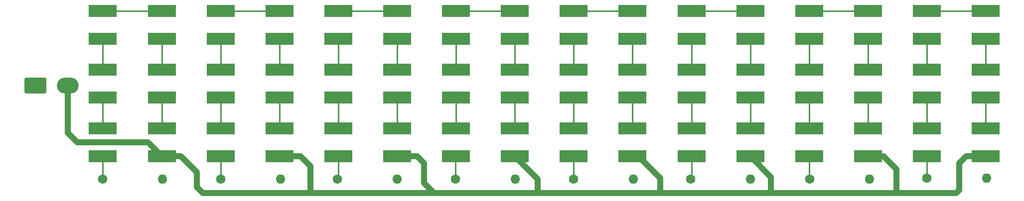
<source format=gbr>
%TF.GenerationSoftware,KiCad,Pcbnew,(6.0.5)*%
%TF.CreationDate,2023-02-26T02:49:58+09:00*%
%TF.ProjectId,_____,0c08746c-f12e-46b6-9963-61645f706362,rev?*%
%TF.SameCoordinates,Original*%
%TF.FileFunction,Copper,L1,Top*%
%TF.FilePolarity,Positive*%
%FSLAX46Y46*%
G04 Gerber Fmt 4.6, Leading zero omitted, Abs format (unit mm)*
G04 Created by KiCad (PCBNEW (6.0.5)) date 2023-02-26 02:49:58*
%MOMM*%
%LPD*%
G01*
G04 APERTURE LIST*
G04 Aperture macros list*
%AMRoundRect*
0 Rectangle with rounded corners*
0 $1 Rounding radius*
0 $2 $3 $4 $5 $6 $7 $8 $9 X,Y pos of 4 corners*
0 Add a 4 corners polygon primitive as box body*
4,1,4,$2,$3,$4,$5,$6,$7,$8,$9,$2,$3,0*
0 Add four circle primitives for the rounded corners*
1,1,$1+$1,$2,$3*
1,1,$1+$1,$4,$5*
1,1,$1+$1,$6,$7*
1,1,$1+$1,$8,$9*
0 Add four rect primitives between the rounded corners*
20,1,$1+$1,$2,$3,$4,$5,0*
20,1,$1+$1,$4,$5,$6,$7,0*
20,1,$1+$1,$6,$7,$8,$9,0*
20,1,$1+$1,$8,$9,$2,$3,0*%
G04 Aperture macros list end*
%TA.AperFunction,ComponentPad*%
%ADD10C,1.600000*%
%TD*%
%TA.AperFunction,ComponentPad*%
%ADD11O,1.600000X1.600000*%
%TD*%
%TA.AperFunction,SMDPad,CuDef*%
%ADD12R,4.790000X2.000000*%
%TD*%
%TA.AperFunction,ComponentPad*%
%ADD13RoundRect,0.250001X1.599999X-1.099999X1.599999X1.099999X-1.599999X1.099999X-1.599999X-1.099999X0*%
%TD*%
%TA.AperFunction,ComponentPad*%
%ADD14O,3.700000X2.700000*%
%TD*%
%TA.AperFunction,Conductor*%
%ADD15C,1.000000*%
%TD*%
%TA.AperFunction,Conductor*%
%ADD16C,0.250000*%
%TD*%
G04 APERTURE END LIST*
D10*
%TO.P,R8,1*%
%TO.N,Net-(D43-Pad2)*%
X216000000Y-97028000D03*
D11*
%TO.P,R8,2*%
%TO.N,+12V*%
X226160000Y-97028000D03*
%TD*%
D10*
%TO.P,R7,1*%
%TO.N,Net-(D37-Pad2)*%
X196088000Y-97155000D03*
D11*
%TO.P,R7,2*%
%TO.N,+12V*%
X206248000Y-97155000D03*
%TD*%
D10*
%TO.P,R5,1*%
%TO.N,Net-(D25-Pad2)*%
X155956000Y-97155000D03*
D11*
%TO.P,R5,2*%
%TO.N,+12V*%
X166116000Y-97155000D03*
%TD*%
D12*
%TO.P,D22,1,K*%
%TO.N,Net-(D22-Pad1)*%
X146000000Y-73300000D03*
%TO.P,D22,2,A*%
%TO.N,Net-(D21-Pad1)*%
X146000000Y-68500000D03*
%TD*%
%TO.P,D38,1,K*%
%TO.N,Net-(D38-Pad1)*%
X196000000Y-78500000D03*
%TO.P,D38,2,A*%
%TO.N,Net-(D37-Pad1)*%
X196000000Y-83300000D03*
%TD*%
%TO.P,D31,1,K*%
%TO.N,Net-(D31-Pad1)*%
X176000000Y-88500000D03*
%TO.P,D31,2,A*%
%TO.N,Net-(D31-Pad2)*%
X176000000Y-93300000D03*
%TD*%
%TO.P,D15,1,K*%
%TO.N,Net-(D15-Pad1)*%
X116000000Y-68500000D03*
%TO.P,D15,2,A*%
%TO.N,Net-(D14-Pad1)*%
X116000000Y-73300000D03*
%TD*%
%TO.P,D1,1,K*%
%TO.N,Net-(D1-Pad1)*%
X76000000Y-88500000D03*
%TO.P,D1,2,A*%
%TO.N,Net-(D1-Pad2)*%
X76000000Y-93300000D03*
%TD*%
%TO.P,D43,1,K*%
%TO.N,Net-(D43-Pad1)*%
X216000000Y-88500000D03*
%TO.P,D43,2,A*%
%TO.N,Net-(D43-Pad2)*%
X216000000Y-93300000D03*
%TD*%
%TO.P,D30,1,K*%
%TO.N,GND*%
X166000000Y-93300000D03*
%TO.P,D30,2,A*%
%TO.N,Net-(D29-Pad1)*%
X166000000Y-88500000D03*
%TD*%
%TO.P,D32,1,K*%
%TO.N,Net-(D32-Pad1)*%
X176000000Y-78500000D03*
%TO.P,D32,2,A*%
%TO.N,Net-(D31-Pad1)*%
X176000000Y-83300000D03*
%TD*%
%TO.P,D5,1,K*%
%TO.N,Net-(D5-Pad1)*%
X86000000Y-83300000D03*
%TO.P,D5,2,A*%
%TO.N,Net-(D4-Pad1)*%
X86000000Y-78500000D03*
%TD*%
%TO.P,D42,1,K*%
%TO.N,GND*%
X206000000Y-93300000D03*
%TO.P,D42,2,A*%
%TO.N,Net-(D41-Pad1)*%
X206000000Y-88500000D03*
%TD*%
D13*
%TO.P,J1,1,Pin_1*%
%TO.N,+12V*%
X64516000Y-81280000D03*
D14*
%TO.P,J1,2,Pin_2*%
%TO.N,GND*%
X70016000Y-81280000D03*
%TD*%
D12*
%TO.P,D21,1,K*%
%TO.N,Net-(D21-Pad1)*%
X136000000Y-68500000D03*
%TO.P,D21,2,A*%
%TO.N,Net-(D20-Pad1)*%
X136000000Y-73300000D03*
%TD*%
%TO.P,D16,1,K*%
%TO.N,Net-(D16-Pad1)*%
X126000000Y-73300000D03*
%TO.P,D16,2,A*%
%TO.N,Net-(D15-Pad1)*%
X126000000Y-68500000D03*
%TD*%
%TO.P,D4,1,K*%
%TO.N,Net-(D4-Pad1)*%
X86000000Y-73300000D03*
%TO.P,D4,2,A*%
%TO.N,Net-(D3-Pad1)*%
X86000000Y-68500000D03*
%TD*%
%TO.P,D26,1,K*%
%TO.N,Net-(D26-Pad1)*%
X156000000Y-78500000D03*
%TO.P,D26,2,A*%
%TO.N,Net-(D25-Pad1)*%
X156000000Y-83300000D03*
%TD*%
%TO.P,D24,1,K*%
%TO.N,GND*%
X146000000Y-93300000D03*
%TO.P,D24,2,A*%
%TO.N,Net-(D23-Pad1)*%
X146000000Y-88500000D03*
%TD*%
%TO.P,D3,1,K*%
%TO.N,Net-(D3-Pad1)*%
X76000000Y-68500000D03*
%TO.P,D3,2,A*%
%TO.N,Net-(D2-Pad1)*%
X76000000Y-73300000D03*
%TD*%
%TO.P,D13,1,K*%
%TO.N,Net-(D13-Pad1)*%
X116000000Y-88500000D03*
%TO.P,D13,2,A*%
%TO.N,Net-(D13-Pad2)*%
X116000000Y-93300000D03*
%TD*%
D10*
%TO.P,R6,1*%
%TO.N,Net-(D31-Pad2)*%
X175895000Y-97155000D03*
D11*
%TO.P,R6,2*%
%TO.N,+12V*%
X186055000Y-97155000D03*
%TD*%
D10*
%TO.P,R2,1*%
%TO.N,Net-(D7-Pad2)*%
X96012000Y-97155000D03*
D11*
%TO.P,R2,2*%
%TO.N,+12V*%
X106172000Y-97155000D03*
%TD*%
D12*
%TO.P,D12,1,K*%
%TO.N,GND*%
X106000000Y-93300000D03*
%TO.P,D12,2,A*%
%TO.N,Net-(D11-Pad1)*%
X106000000Y-88500000D03*
%TD*%
D10*
%TO.P,R4,1*%
%TO.N,Net-(D19-Pad2)*%
X135890000Y-97155000D03*
D11*
%TO.P,R4,2*%
%TO.N,+12V*%
X146050000Y-97155000D03*
%TD*%
D12*
%TO.P,D40,1,K*%
%TO.N,Net-(D40-Pad1)*%
X206000000Y-73300000D03*
%TO.P,D40,2,A*%
%TO.N,Net-(D39-Pad1)*%
X206000000Y-68500000D03*
%TD*%
%TO.P,D41,1,K*%
%TO.N,Net-(D41-Pad1)*%
X206000000Y-83300000D03*
%TO.P,D41,2,A*%
%TO.N,Net-(D40-Pad1)*%
X206000000Y-78500000D03*
%TD*%
%TO.P,D44,1,K*%
%TO.N,Net-(D44-Pad1)*%
X216000000Y-78500000D03*
%TO.P,D44,2,A*%
%TO.N,Net-(D43-Pad1)*%
X216000000Y-83300000D03*
%TD*%
%TO.P,D33,1,K*%
%TO.N,Net-(D33-Pad1)*%
X176000000Y-68500000D03*
%TO.P,D33,2,A*%
%TO.N,Net-(D32-Pad1)*%
X176000000Y-73300000D03*
%TD*%
%TO.P,D36,1,K*%
%TO.N,GND*%
X186000000Y-93300000D03*
%TO.P,D36,2,A*%
%TO.N,Net-(D35-Pad1)*%
X186000000Y-88500000D03*
%TD*%
%TO.P,D18,1,K*%
%TO.N,GND*%
X126000000Y-93300000D03*
%TO.P,D18,2,A*%
%TO.N,Net-(D17-Pad1)*%
X126000000Y-88500000D03*
%TD*%
%TO.P,D17,1,K*%
%TO.N,Net-(D17-Pad1)*%
X126000000Y-83300000D03*
%TO.P,D17,2,A*%
%TO.N,Net-(D16-Pad1)*%
X126000000Y-78500000D03*
%TD*%
%TO.P,D8,1,K*%
%TO.N,Net-(D8-Pad1)*%
X96000000Y-78500000D03*
%TO.P,D8,2,A*%
%TO.N,Net-(D7-Pad1)*%
X96000000Y-83300000D03*
%TD*%
%TO.P,D9,1,K*%
%TO.N,Net-(D10-Pad2)*%
X96000000Y-68500000D03*
%TO.P,D9,2,A*%
%TO.N,Net-(D8-Pad1)*%
X96000000Y-73300000D03*
%TD*%
%TO.P,D29,1,K*%
%TO.N,Net-(D29-Pad1)*%
X166000000Y-83300000D03*
%TO.P,D29,2,A*%
%TO.N,Net-(D28-Pad1)*%
X166000000Y-78500000D03*
%TD*%
D10*
%TO.P,R1,1*%
%TO.N,Net-(D1-Pad2)*%
X76000000Y-97155000D03*
D11*
%TO.P,R1,2*%
%TO.N,+12V*%
X86160000Y-97155000D03*
%TD*%
D10*
%TO.P,R3,1*%
%TO.N,Net-(D13-Pad2)*%
X115824000Y-97155000D03*
D11*
%TO.P,R3,2*%
%TO.N,+12V*%
X125984000Y-97155000D03*
%TD*%
D12*
%TO.P,D39,1,K*%
%TO.N,Net-(D39-Pad1)*%
X196000000Y-68500000D03*
%TO.P,D39,2,A*%
%TO.N,Net-(D38-Pad1)*%
X196000000Y-73300000D03*
%TD*%
%TO.P,D14,1,K*%
%TO.N,Net-(D14-Pad1)*%
X116000000Y-78500000D03*
%TO.P,D14,2,A*%
%TO.N,Net-(D13-Pad1)*%
X116000000Y-83300000D03*
%TD*%
%TO.P,D25,1,K*%
%TO.N,Net-(D25-Pad1)*%
X156000000Y-88500000D03*
%TO.P,D25,2,A*%
%TO.N,Net-(D25-Pad2)*%
X156000000Y-93300000D03*
%TD*%
%TO.P,D28,1,K*%
%TO.N,Net-(D28-Pad1)*%
X166000000Y-73300000D03*
%TO.P,D28,2,A*%
%TO.N,Net-(D27-Pad1)*%
X166000000Y-68500000D03*
%TD*%
%TO.P,D23,1,K*%
%TO.N,Net-(D23-Pad1)*%
X146000000Y-83300000D03*
%TO.P,D23,2,A*%
%TO.N,Net-(D22-Pad1)*%
X146000000Y-78500000D03*
%TD*%
%TO.P,D11,1,K*%
%TO.N,Net-(D11-Pad1)*%
X106000000Y-83300000D03*
%TO.P,D11,2,A*%
%TO.N,Net-(D10-Pad1)*%
X106000000Y-78500000D03*
%TD*%
%TO.P,D35,1,K*%
%TO.N,Net-(D35-Pad1)*%
X186000000Y-83300000D03*
%TO.P,D35,2,A*%
%TO.N,Net-(D34-Pad1)*%
X186000000Y-78500000D03*
%TD*%
%TO.P,D27,1,K*%
%TO.N,Net-(D27-Pad1)*%
X156000000Y-68500000D03*
%TO.P,D27,2,A*%
%TO.N,Net-(D26-Pad1)*%
X156000000Y-73300000D03*
%TD*%
%TO.P,D34,1,K*%
%TO.N,Net-(D34-Pad1)*%
X186000000Y-73300000D03*
%TO.P,D34,2,A*%
%TO.N,Net-(D33-Pad1)*%
X186000000Y-68500000D03*
%TD*%
%TO.P,D45,1,K*%
%TO.N,Net-(D45-Pad1)*%
X216000000Y-68500000D03*
%TO.P,D45,2,A*%
%TO.N,Net-(D44-Pad1)*%
X216000000Y-73300000D03*
%TD*%
%TO.P,D7,1,K*%
%TO.N,Net-(D7-Pad1)*%
X96000000Y-88500000D03*
%TO.P,D7,2,A*%
%TO.N,Net-(D7-Pad2)*%
X96000000Y-93300000D03*
%TD*%
%TO.P,D19,1,K*%
%TO.N,Net-(D19-Pad1)*%
X136000000Y-88500000D03*
%TO.P,D19,2,A*%
%TO.N,Net-(D19-Pad2)*%
X136000000Y-93300000D03*
%TD*%
%TO.P,D46,1,K*%
%TO.N,Net-(D46-Pad1)*%
X226000000Y-73300000D03*
%TO.P,D46,2,A*%
%TO.N,Net-(D45-Pad1)*%
X226000000Y-68500000D03*
%TD*%
%TO.P,D47,1,K*%
%TO.N,Net-(D47-Pad1)*%
X226000000Y-83300000D03*
%TO.P,D47,2,A*%
%TO.N,Net-(D46-Pad1)*%
X226000000Y-78500000D03*
%TD*%
%TO.P,D10,1,K*%
%TO.N,Net-(D10-Pad1)*%
X106000000Y-73300000D03*
%TO.P,D10,2,A*%
%TO.N,Net-(D10-Pad2)*%
X106000000Y-68500000D03*
%TD*%
%TO.P,D37,1,K*%
%TO.N,Net-(D37-Pad1)*%
X196000000Y-88500000D03*
%TO.P,D37,2,A*%
%TO.N,Net-(D37-Pad2)*%
X196000000Y-93300000D03*
%TD*%
%TO.P,D20,1,K*%
%TO.N,Net-(D20-Pad1)*%
X136000000Y-78500000D03*
%TO.P,D20,2,A*%
%TO.N,Net-(D19-Pad1)*%
X136000000Y-83300000D03*
%TD*%
%TO.P,D2,1,K*%
%TO.N,Net-(D2-Pad1)*%
X76000000Y-78500000D03*
%TO.P,D2,2,A*%
%TO.N,Net-(D1-Pad1)*%
X76000000Y-83300000D03*
%TD*%
%TO.P,D48,1,K*%
%TO.N,GND*%
X226000000Y-93300000D03*
%TO.P,D48,2,A*%
%TO.N,Net-(D47-Pad1)*%
X226000000Y-88500000D03*
%TD*%
%TO.P,D6,1,K*%
%TO.N,GND*%
X86000000Y-93300000D03*
%TO.P,D6,2,A*%
%TO.N,Net-(D5-Pad1)*%
X86000000Y-88500000D03*
%TD*%
D15*
%TO.N,GND*%
X111252000Y-94996000D02*
X109556000Y-93300000D01*
X109556000Y-93300000D02*
X106000000Y-93300000D01*
X111252000Y-99568000D02*
X111252000Y-94996000D01*
X111252000Y-99568000D02*
X132080000Y-99568000D01*
X92964000Y-99568000D02*
X111252000Y-99568000D01*
X129368000Y-93300000D02*
X126000000Y-93300000D01*
X130556000Y-94488000D02*
X129368000Y-93300000D01*
X130556000Y-97856000D02*
X130556000Y-94488000D01*
X132080000Y-99380000D02*
X130556000Y-97856000D01*
X132080000Y-99568000D02*
X132080000Y-99380000D01*
X132080000Y-99568000D02*
X149860000Y-99568000D01*
X149860000Y-97160000D02*
X146000000Y-93300000D01*
X149860000Y-99568000D02*
X170688000Y-99568000D01*
X149860000Y-99568000D02*
X149860000Y-97160000D01*
X170688000Y-97028000D02*
X170688000Y-99568000D01*
X170688000Y-99568000D02*
X189484000Y-99568000D01*
X189484000Y-96784000D02*
X189484000Y-99568000D01*
X189484000Y-99568000D02*
X210820000Y-99568000D01*
X206000000Y-93300000D02*
X208616000Y-93300000D01*
X208616000Y-93300000D02*
X210820000Y-95504000D01*
X210820000Y-95504000D02*
X210820000Y-99568000D01*
X210820000Y-99568000D02*
X220980000Y-99568000D01*
X222676000Y-93300000D02*
X226000000Y-93300000D01*
X221488000Y-94488000D02*
X222676000Y-93300000D01*
X91948000Y-98552000D02*
X92964000Y-99568000D01*
X91948000Y-96012000D02*
X91948000Y-98552000D01*
X220980000Y-99568000D02*
X221488000Y-99060000D01*
X89236000Y-93300000D02*
X91948000Y-96012000D01*
X86000000Y-93300000D02*
X89236000Y-93300000D01*
X221488000Y-99060000D02*
X221488000Y-94488000D01*
D16*
%TO.N,Net-(D43-Pad2)*%
X216000000Y-93300000D02*
X216000000Y-97028000D01*
%TO.N,Net-(D37-Pad2)*%
X196000000Y-97067000D02*
X196088000Y-97155000D01*
X196000000Y-93300000D02*
X196000000Y-97067000D01*
%TO.N,Net-(D31-Pad2)*%
X176000000Y-93300000D02*
X176000000Y-97050000D01*
X176000000Y-97050000D02*
X175895000Y-97155000D01*
%TO.N,Net-(D25-Pad2)*%
X156000000Y-97111000D02*
X155956000Y-97155000D01*
X156000000Y-93300000D02*
X156000000Y-97111000D01*
%TO.N,Net-(D19-Pad2)*%
X135890000Y-93410000D02*
X136000000Y-93300000D01*
X135890000Y-97155000D02*
X135890000Y-93410000D01*
%TO.N,Net-(D13-Pad2)*%
X116000000Y-96979000D02*
X115824000Y-97155000D01*
X116000000Y-93300000D02*
X116000000Y-96979000D01*
%TO.N,Net-(D7-Pad2)*%
X96000000Y-97143000D02*
X96012000Y-97155000D01*
X96000000Y-93300000D02*
X96000000Y-97143000D01*
%TO.N,Net-(D1-Pad2)*%
X76000000Y-93300000D02*
X76000000Y-97155000D01*
%TO.N,Net-(D1-Pad1)*%
X76000000Y-88500000D02*
X76000000Y-88900000D01*
X76000000Y-88500000D02*
X76000000Y-83300000D01*
%TO.N,Net-(D2-Pad1)*%
X76000000Y-78500000D02*
X76000000Y-73300000D01*
D15*
%TO.N,GND*%
X86000000Y-93300000D02*
X83632000Y-90932000D01*
X166960000Y-93300000D02*
X170688000Y-97028000D01*
X70016000Y-89320000D02*
X70016000Y-81280000D01*
D16*
X146000000Y-93300000D02*
X147656000Y-93300000D01*
D15*
X83632000Y-90932000D02*
X71628000Y-90932000D01*
D16*
X166000000Y-93300000D02*
X166960000Y-93300000D01*
D15*
X71628000Y-90932000D02*
X70016000Y-89320000D01*
X189484000Y-96784000D02*
X186000000Y-93300000D01*
D16*
%TO.N,Net-(D4-Pad1)*%
X86000000Y-73300000D02*
X86000000Y-78500000D01*
%TO.N,Net-(D7-Pad1)*%
X96000000Y-88500000D02*
X96000000Y-83300000D01*
%TO.N,Net-(D10-Pad2)*%
X96000000Y-68500000D02*
X106000000Y-68500000D01*
%TO.N,Net-(D8-Pad1)*%
X96000000Y-78500000D02*
X96000000Y-73300000D01*
%TO.N,Net-(D11-Pad1)*%
X106000000Y-83300000D02*
X106000000Y-88500000D01*
%TO.N,Net-(D13-Pad1)*%
X116000000Y-88500000D02*
X116000000Y-83300000D01*
%TO.N,Net-(D14-Pad1)*%
X116000000Y-78500000D02*
X116000000Y-73300000D01*
%TO.N,Net-(D16-Pad1)*%
X126000000Y-73300000D02*
X126000000Y-78500000D01*
%TO.N,Net-(D17-Pad1)*%
X126000000Y-83300000D02*
X126000000Y-88500000D01*
%TO.N,Net-(D19-Pad1)*%
X136000000Y-88500000D02*
X136000000Y-83300000D01*
%TO.N,Net-(D21-Pad1)*%
X136000000Y-68500000D02*
X146000000Y-68500000D01*
%TO.N,Net-(D22-Pad1)*%
X146000000Y-73300000D02*
X146000000Y-78500000D01*
%TO.N,Net-(D26-Pad1)*%
X156000000Y-78500000D02*
X156000000Y-73300000D01*
%TO.N,Net-(D28-Pad1)*%
X166000000Y-73300000D02*
X166000000Y-78500000D01*
%TO.N,Net-(D29-Pad1)*%
X166000000Y-83300000D02*
X166000000Y-88500000D01*
%TO.N,Net-(D31-Pad1)*%
X176000000Y-88500000D02*
X176000000Y-83300000D01*
%TO.N,Net-(D32-Pad1)*%
X176000000Y-78500000D02*
X176000000Y-73300000D01*
%TO.N,Net-(D33-Pad1)*%
X176000000Y-68500000D02*
X186000000Y-68500000D01*
%TO.N,Net-(D34-Pad1)*%
X186000000Y-73300000D02*
X186000000Y-78500000D01*
%TO.N,Net-(D37-Pad1)*%
X196000000Y-88500000D02*
X196000000Y-83300000D01*
%TO.N,Net-(D38-Pad1)*%
X196000000Y-78500000D02*
X196000000Y-73300000D01*
%TO.N,Net-(D39-Pad1)*%
X196000000Y-68500000D02*
X206000000Y-68500000D01*
%TO.N,Net-(D3-Pad1)*%
X76000000Y-68500000D02*
X86000000Y-68500000D01*
%TO.N,Net-(D5-Pad1)*%
X86000000Y-83300000D02*
X86000000Y-88500000D01*
%TO.N,Net-(D7-Pad2)*%
X95807142Y-93492858D02*
X96000000Y-93300000D01*
%TO.N,Net-(D10-Pad1)*%
X106000000Y-73300000D02*
X106000000Y-78500000D01*
%TO.N,Net-(D13-Pad2)*%
X115614284Y-93685716D02*
X116000000Y-93300000D01*
%TO.N,Net-(D15-Pad1)*%
X116000000Y-68500000D02*
X126000000Y-68500000D01*
%TO.N,Net-(D20-Pad1)*%
X136000000Y-78500000D02*
X136000000Y-73300000D01*
%TO.N,Net-(D23-Pad1)*%
X146000000Y-83300000D02*
X146000000Y-88500000D01*
%TO.N,Net-(D25-Pad1)*%
X156000000Y-88500000D02*
X156000000Y-83300000D01*
%TO.N,Net-(D25-Pad2)*%
X156000000Y-93300000D02*
X155600000Y-93300000D01*
X155600000Y-93300000D02*
X155150000Y-93750000D01*
%TO.N,Net-(D35-Pad1)*%
X186000000Y-83300000D02*
X186000000Y-88500000D01*
%TO.N,Net-(D40-Pad1)*%
X206000000Y-73300000D02*
X206000000Y-78500000D01*
%TO.N,Net-(D41-Pad1)*%
X206000000Y-83300000D02*
X206000000Y-88500000D01*
%TO.N,Net-(D43-Pad1)*%
X216000000Y-88500000D02*
X216000000Y-83300000D01*
%TO.N,Net-(D44-Pad1)*%
X216000000Y-78500000D02*
X216000000Y-73300000D01*
%TO.N,Net-(D45-Pad1)*%
X216000000Y-68500000D02*
X226000000Y-68500000D01*
%TO.N,Net-(D46-Pad1)*%
X226000000Y-73300000D02*
X226000000Y-78500000D01*
%TO.N,Net-(D47-Pad1)*%
X226000000Y-83300000D02*
X226000000Y-88500000D01*
%TO.N,Net-(D27-Pad1)*%
X156000000Y-68500000D02*
X166000000Y-68500000D01*
%TD*%
M02*

</source>
